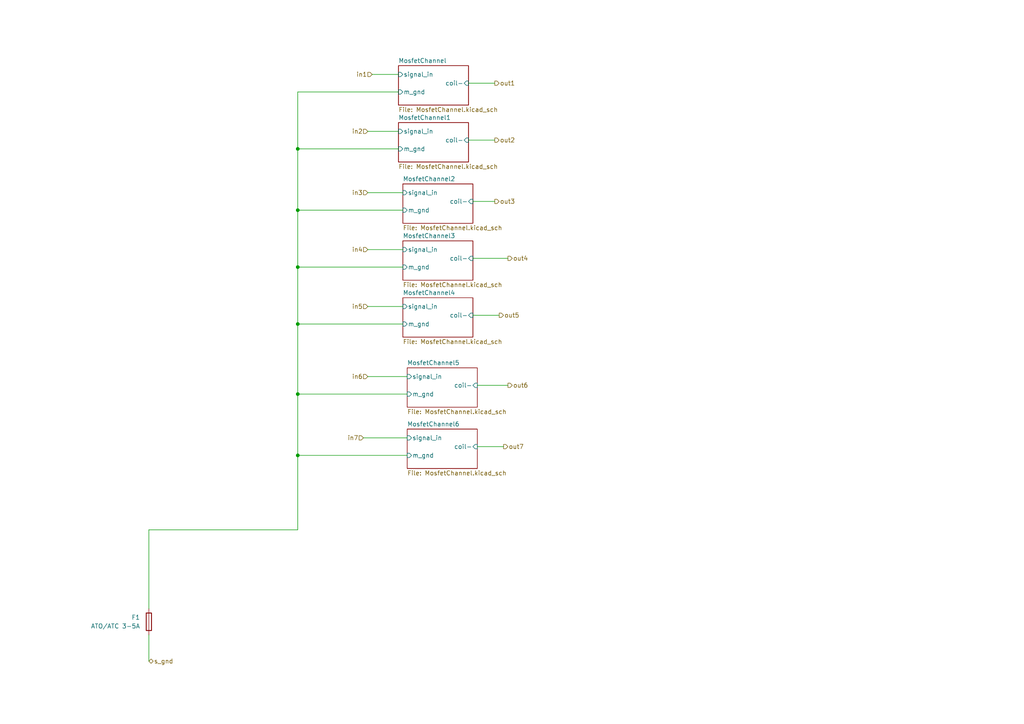
<source format=kicad_sch>
(kicad_sch
	(version 20250114)
	(generator "eeschema")
	(generator_version "9.0")
	(uuid "7d09ee16-0120-4fd2-8096-6eec36f3e9d4")
	(paper "A4")
	(lib_symbols
		(symbol "Device:Fuse"
			(pin_numbers
				(hide yes)
			)
			(pin_names
				(offset 0)
			)
			(exclude_from_sim no)
			(in_bom yes)
			(on_board yes)
			(property "Reference" "F"
				(at 2.032 0 90)
				(effects
					(font
						(size 1.27 1.27)
					)
				)
			)
			(property "Value" "Fuse"
				(at -1.905 0 90)
				(effects
					(font
						(size 1.27 1.27)
					)
				)
			)
			(property "Footprint" ""
				(at -1.778 0 90)
				(effects
					(font
						(size 1.27 1.27)
					)
					(hide yes)
				)
			)
			(property "Datasheet" "~"
				(at 0 0 0)
				(effects
					(font
						(size 1.27 1.27)
					)
					(hide yes)
				)
			)
			(property "Description" "Fuse"
				(at 0 0 0)
				(effects
					(font
						(size 1.27 1.27)
					)
					(hide yes)
				)
			)
			(property "ki_keywords" "fuse"
				(at 0 0 0)
				(effects
					(font
						(size 1.27 1.27)
					)
					(hide yes)
				)
			)
			(property "ki_fp_filters" "*Fuse*"
				(at 0 0 0)
				(effects
					(font
						(size 1.27 1.27)
					)
					(hide yes)
				)
			)
			(symbol "Fuse_0_1"
				(rectangle
					(start -0.762 -2.54)
					(end 0.762 2.54)
					(stroke
						(width 0.254)
						(type default)
					)
					(fill
						(type none)
					)
				)
				(polyline
					(pts
						(xy 0 2.54) (xy 0 -2.54)
					)
					(stroke
						(width 0)
						(type default)
					)
					(fill
						(type none)
					)
				)
			)
			(symbol "Fuse_1_1"
				(pin passive line
					(at 0 3.81 270)
					(length 1.27)
					(name "~"
						(effects
							(font
								(size 1.27 1.27)
							)
						)
					)
					(number "1"
						(effects
							(font
								(size 1.27 1.27)
							)
						)
					)
				)
				(pin passive line
					(at 0 -3.81 90)
					(length 1.27)
					(name "~"
						(effects
							(font
								(size 1.27 1.27)
							)
						)
					)
					(number "2"
						(effects
							(font
								(size 1.27 1.27)
							)
						)
					)
				)
			)
			(embedded_fonts no)
		)
	)
	(junction
		(at 86.36 132.08)
		(diameter 0)
		(color 0 0 0 0)
		(uuid "45c35935-a1e5-4423-bdcc-e39457ad9b0f")
	)
	(junction
		(at 86.36 60.96)
		(diameter 0)
		(color 0 0 0 0)
		(uuid "48143828-cbd1-4ab6-9ef1-974440742f01")
	)
	(junction
		(at 86.36 93.98)
		(diameter 0)
		(color 0 0 0 0)
		(uuid "4c7d6808-e0ed-4165-91a5-02d6490faef9")
	)
	(junction
		(at 86.36 77.47)
		(diameter 0)
		(color 0 0 0 0)
		(uuid "5cab04dc-ed24-48f6-a2ec-ff50bcdd5cd4")
	)
	(junction
		(at 86.36 114.3)
		(diameter 0)
		(color 0 0 0 0)
		(uuid "8add2a8b-89dc-4c93-a5e3-7ee8847c9060")
	)
	(junction
		(at 86.36 43.18)
		(diameter 0)
		(color 0 0 0 0)
		(uuid "a99ad448-a032-45cd-99a1-7c9dab89b52b")
	)
	(wire
		(pts
			(xy 135.89 40.64) (xy 143.51 40.64)
		)
		(stroke
			(width 0)
			(type default)
		)
		(uuid "0377bb14-8c14-4147-8688-78a411518a3c")
	)
	(wire
		(pts
			(xy 106.68 55.88) (xy 116.84 55.88)
		)
		(stroke
			(width 0)
			(type default)
		)
		(uuid "083d2dae-6f6b-48bf-aacb-e72011e88e1a")
	)
	(wire
		(pts
			(xy 86.36 132.08) (xy 86.36 153.67)
		)
		(stroke
			(width 0)
			(type default)
		)
		(uuid "08f96ba3-c6b4-42da-bee1-9021b32cb9a4")
	)
	(wire
		(pts
			(xy 86.36 132.08) (xy 118.11 132.08)
		)
		(stroke
			(width 0)
			(type default)
		)
		(uuid "12bdc428-6ea4-4c1d-ac86-6c79a5f94785")
	)
	(wire
		(pts
			(xy 106.68 72.39) (xy 116.84 72.39)
		)
		(stroke
			(width 0)
			(type default)
		)
		(uuid "1a9356e0-f70b-4fe5-a8c0-a38cde630309")
	)
	(wire
		(pts
			(xy 43.18 184.15) (xy 43.18 191.77)
		)
		(stroke
			(width 0)
			(type default)
		)
		(uuid "26aa7fa0-17f9-4eeb-8f4f-35a853032763")
	)
	(wire
		(pts
			(xy 86.36 77.47) (xy 116.84 77.47)
		)
		(stroke
			(width 0)
			(type default)
		)
		(uuid "28753976-7dbe-4b5c-8e53-f6bbfbfdca0e")
	)
	(wire
		(pts
			(xy 86.36 114.3) (xy 118.11 114.3)
		)
		(stroke
			(width 0)
			(type default)
		)
		(uuid "30b2a4ae-6b56-4b4f-9223-f99951322ec1")
	)
	(wire
		(pts
			(xy 147.32 111.76) (xy 138.43 111.76)
		)
		(stroke
			(width 0)
			(type default)
		)
		(uuid "3f205a3d-7b95-41fc-a1b3-b60652fcac16")
	)
	(wire
		(pts
			(xy 86.36 93.98) (xy 86.36 114.3)
		)
		(stroke
			(width 0)
			(type default)
		)
		(uuid "655bff5b-b378-42a5-8963-1ff7234f71af")
	)
	(wire
		(pts
			(xy 106.68 38.1) (xy 115.57 38.1)
		)
		(stroke
			(width 0)
			(type default)
		)
		(uuid "8059d46d-c03d-41ee-9c34-f588da4cf1fa")
	)
	(wire
		(pts
			(xy 43.18 153.67) (xy 43.18 176.53)
		)
		(stroke
			(width 0)
			(type default)
		)
		(uuid "819cda58-c808-4503-a482-61a1497bf604")
	)
	(wire
		(pts
			(xy 106.68 109.22) (xy 118.11 109.22)
		)
		(stroke
			(width 0)
			(type default)
		)
		(uuid "85c643a7-d48a-4406-bffc-48a08fe0e8db")
	)
	(wire
		(pts
			(xy 107.95 21.59) (xy 115.57 21.59)
		)
		(stroke
			(width 0)
			(type default)
		)
		(uuid "9d1ab8df-c613-403c-afe0-647c4f08ae84")
	)
	(wire
		(pts
			(xy 106.68 88.9) (xy 116.84 88.9)
		)
		(stroke
			(width 0)
			(type default)
		)
		(uuid "af36a306-ceed-46d9-8103-6435d7e3306e")
	)
	(wire
		(pts
			(xy 115.57 26.67) (xy 86.36 26.67)
		)
		(stroke
			(width 0)
			(type default)
		)
		(uuid "b04ae753-8aa0-4190-93e9-625b156376d5")
	)
	(wire
		(pts
			(xy 86.36 93.98) (xy 116.84 93.98)
		)
		(stroke
			(width 0)
			(type default)
		)
		(uuid "b54d732e-8425-43d0-9db6-f61f33d2d49f")
	)
	(wire
		(pts
			(xy 143.51 24.13) (xy 135.89 24.13)
		)
		(stroke
			(width 0)
			(type default)
		)
		(uuid "b55f6538-21cd-46e3-b0ae-ecc5703d1470")
	)
	(wire
		(pts
			(xy 86.36 60.96) (xy 86.36 77.47)
		)
		(stroke
			(width 0)
			(type default)
		)
		(uuid "b626fc95-a7ca-462c-a4a0-d9122d564d75")
	)
	(wire
		(pts
			(xy 147.32 74.93) (xy 137.16 74.93)
		)
		(stroke
			(width 0)
			(type default)
		)
		(uuid "b6f4b1c1-60b8-4806-80b9-c072930d6c73")
	)
	(wire
		(pts
			(xy 105.41 127) (xy 118.11 127)
		)
		(stroke
			(width 0)
			(type default)
		)
		(uuid "ccf865cd-2d02-4489-9037-639c55c71534")
	)
	(wire
		(pts
			(xy 86.36 60.96) (xy 116.84 60.96)
		)
		(stroke
			(width 0)
			(type default)
		)
		(uuid "cdbd58dc-dbcf-4adc-ac1d-5b9c8aa133ca")
	)
	(wire
		(pts
			(xy 43.18 153.67) (xy 86.36 153.67)
		)
		(stroke
			(width 0)
			(type default)
		)
		(uuid "d0818e16-6e07-4da5-9247-d2d840c9c0c4")
	)
	(wire
		(pts
			(xy 86.36 43.18) (xy 86.36 60.96)
		)
		(stroke
			(width 0)
			(type default)
		)
		(uuid "d387fbab-b13b-4191-b44d-cf439307dbf2")
	)
	(wire
		(pts
			(xy 86.36 26.67) (xy 86.36 43.18)
		)
		(stroke
			(width 0)
			(type default)
		)
		(uuid "dd013be6-e437-4597-9cea-3d9a86f58808")
	)
	(wire
		(pts
			(xy 146.05 129.54) (xy 138.43 129.54)
		)
		(stroke
			(width 0)
			(type default)
		)
		(uuid "e2c04be1-cf16-4055-926e-fc3a18342a16")
	)
	(wire
		(pts
			(xy 143.51 58.42) (xy 137.16 58.42)
		)
		(stroke
			(width 0)
			(type default)
		)
		(uuid "e80bb033-4333-4d07-b631-0ab96f1a8881")
	)
	(wire
		(pts
			(xy 86.36 114.3) (xy 86.36 132.08)
		)
		(stroke
			(width 0)
			(type default)
		)
		(uuid "ebd69894-85b1-4c21-b773-8cf2a64c5899")
	)
	(wire
		(pts
			(xy 86.36 77.47) (xy 86.36 93.98)
		)
		(stroke
			(width 0)
			(type default)
		)
		(uuid "eebfae0a-1704-4c1d-8c56-ab900189b786")
	)
	(wire
		(pts
			(xy 86.36 43.18) (xy 115.57 43.18)
		)
		(stroke
			(width 0)
			(type default)
		)
		(uuid "f63133e0-d91d-4e08-8ca9-97f16f235038")
	)
	(wire
		(pts
			(xy 144.78 91.44) (xy 137.16 91.44)
		)
		(stroke
			(width 0)
			(type default)
		)
		(uuid "ffd39b32-8ff4-4855-9ce4-14a52b12635a")
	)
	(hierarchical_label "in1"
		(shape input)
		(at 107.95 21.59 180)
		(effects
			(font
				(size 1.27 1.27)
			)
			(justify right)
		)
		(uuid "0c51880d-3684-4718-a452-07910ef13985")
	)
	(hierarchical_label "in6"
		(shape input)
		(at 106.68 109.22 180)
		(effects
			(font
				(size 1.27 1.27)
			)
			(justify right)
		)
		(uuid "0e85b997-3dbf-4e19-9c38-95a3f5d5a582")
	)
	(hierarchical_label "out6"
		(shape output)
		(at 147.32 111.76 0)
		(effects
			(font
				(size 1.27 1.27)
			)
			(justify left)
		)
		(uuid "1732951f-06b5-4dc8-bf28-abcb68d987b2")
	)
	(hierarchical_label "out4"
		(shape output)
		(at 147.32 74.93 0)
		(effects
			(font
				(size 1.27 1.27)
			)
			(justify left)
		)
		(uuid "265f4545-8fbf-4547-9dd2-094ac2769a95")
	)
	(hierarchical_label "out2"
		(shape output)
		(at 143.51 40.64 0)
		(effects
			(font
				(size 1.27 1.27)
			)
			(justify left)
		)
		(uuid "303ef7f7-fe4a-40b0-85aa-0817d7ae66e0")
	)
	(hierarchical_label "out1"
		(shape output)
		(at 143.51 24.13 0)
		(effects
			(font
				(size 1.27 1.27)
			)
			(justify left)
		)
		(uuid "4a023f97-ccda-4f05-a2d5-88493e099eb0")
	)
	(hierarchical_label "in7"
		(shape input)
		(at 105.41 127 180)
		(effects
			(font
				(size 1.27 1.27)
			)
			(justify right)
		)
		(uuid "525cafca-2de5-4711-b7a9-1474d5a2b72e")
	)
	(hierarchical_label "out5"
		(shape output)
		(at 144.78 91.44 0)
		(effects
			(font
				(size 1.27 1.27)
			)
			(justify left)
		)
		(uuid "5bd71697-afd6-480b-b2ea-25ba4cd4afb5")
	)
	(hierarchical_label "in2"
		(shape input)
		(at 106.68 38.1 180)
		(effects
			(font
				(size 1.27 1.27)
			)
			(justify right)
		)
		(uuid "658cdae3-4880-4793-b23a-4051932033ee")
	)
	(hierarchical_label "out7"
		(shape output)
		(at 146.05 129.54 0)
		(effects
			(font
				(size 1.27 1.27)
			)
			(justify left)
		)
		(uuid "76974b70-2d87-4315-99f5-2687396dc835")
	)
	(hierarchical_label "out3"
		(shape output)
		(at 143.51 58.42 0)
		(effects
			(font
				(size 1.27 1.27)
			)
			(justify left)
		)
		(uuid "89692da3-1a16-42c2-bac9-4f252a0d0620")
	)
	(hierarchical_label "s_gnd"
		(shape bidirectional)
		(at 43.18 191.77 0)
		(effects
			(font
				(size 1.27 1.27)
			)
			(justify left)
		)
		(uuid "c31de00a-e0af-40b9-8340-fdc271a6e783")
	)
	(hierarchical_label "in5"
		(shape input)
		(at 106.68 88.9 180)
		(effects
			(font
				(size 1.27 1.27)
			)
			(justify right)
		)
		(uuid "c83f6024-9f87-412d-b34d-6b0551e212fa")
	)
	(hierarchical_label "in4"
		(shape input)
		(at 106.68 72.39 180)
		(effects
			(font
				(size 1.27 1.27)
			)
			(justify right)
		)
		(uuid "c84e776b-8b54-4d0c-bf75-e052ca55bd75")
	)
	(hierarchical_label "in3"
		(shape input)
		(at 106.68 55.88 180)
		(effects
			(font
				(size 1.27 1.27)
			)
			(justify right)
		)
		(uuid "ebc2fecc-7ca6-438c-8db6-2f5935224391")
	)
	(symbol
		(lib_id "Device:Fuse")
		(at 43.18 180.34 0)
		(mirror y)
		(unit 1)
		(exclude_from_sim no)
		(in_bom yes)
		(on_board yes)
		(dnp no)
		(fields_autoplaced yes)
		(uuid "6b66efbc-7032-466c-bb4e-8cf3f5650d7d")
		(property "Reference" "F1"
			(at 40.64 179.0699 0)
			(effects
				(font
					(size 1.27 1.27)
				)
				(justify left)
			)
		)
		(property "Value" "ATO/ATC 3-5A"
			(at 40.64 181.6099 0)
			(effects
				(font
					(size 1.27 1.27)
				)
				(justify left)
			)
		)
		(property "Footprint" "CustomLibrary:AliExpressFuseHolder"
			(at 44.958 180.34 90)
			(effects
				(font
					(size 1.27 1.27)
				)
				(hide yes)
			)
		)
		(property "Datasheet" "~"
			(at 43.18 180.34 0)
			(effects
				(font
					(size 1.27 1.27)
				)
				(hide yes)
			)
		)
		(property "Description" "Fuse"
			(at 43.18 180.34 0)
			(effects
				(font
					(size 1.27 1.27)
				)
				(hide yes)
			)
		)
		(pin "1"
			(uuid "703430be-3711-4c58-8720-7975c7931331")
		)
		(pin "2"
			(uuid "0abeeaff-c772-47b4-adbe-70ec5cb3cb6c")
		)
		(instances
			(project "OrganMosfetArrayChimes"
				(path "/c071c3dc-fcf2-4a9c-93d2-4680c1b7cb2f/f64a8887-2d1c-460e-83fc-b11b584f1002"
					(reference "F1")
					(unit 1)
				)
			)
		)
	)
	(sheet
		(at 116.84 69.85)
		(size 20.32 11.43)
		(exclude_from_sim no)
		(in_bom yes)
		(on_board yes)
		(dnp no)
		(fields_autoplaced yes)
		(stroke
			(width 0.1524)
			(type solid)
		)
		(fill
			(color 0 0 0 0.0000)
		)
		(uuid "2757642a-9874-44c7-8a91-6dd5f3cebc45")
		(property "Sheetname" "MosfetChannel3"
			(at 116.84 69.1384 0)
			(effects
				(font
					(size 1.27 1.27)
				)
				(justify left bottom)
			)
		)
		(property "Sheetfile" "MosfetChannel.kicad_sch"
			(at 116.84 81.8646 0)
			(effects
				(font
					(size 1.27 1.27)
				)
				(justify left top)
			)
		)
		(pin "coil-" input
			(at 137.16 74.93 0)
			(uuid "37318281-51b0-4944-b1c4-86c3dec38641")
			(effects
				(font
					(size 1.27 1.27)
				)
				(justify right)
			)
		)
		(pin "m_gnd" input
			(at 116.84 77.47 180)
			(uuid "51050909-bc3a-4bbe-96c2-0e560c024042")
			(effects
				(font
					(size 1.27 1.27)
				)
				(justify left)
			)
		)
		(pin "signal_in" input
			(at 116.84 72.39 180)
			(uuid "453166c0-842e-4c87-9996-2ac745a311af")
			(effects
				(font
					(size 1.27 1.27)
				)
				(justify left)
			)
		)
		(instances
			(project "OrganMosfetArrayChimes"
				(path "/c071c3dc-fcf2-4a9c-93d2-4680c1b7cb2f/f64a8887-2d1c-460e-83fc-b11b584f1002"
					(page "6")
				)
			)
		)
	)
	(sheet
		(at 118.11 124.46)
		(size 20.32 11.43)
		(exclude_from_sim no)
		(in_bom yes)
		(on_board yes)
		(dnp no)
		(fields_autoplaced yes)
		(stroke
			(width 0.1524)
			(type solid)
		)
		(fill
			(color 0 0 0 0.0000)
		)
		(uuid "2df45482-3a6a-4105-a4e0-7cfb289f4e5e")
		(property "Sheetname" "MosfetChannel6"
			(at 118.11 123.7484 0)
			(effects
				(font
					(size 1.27 1.27)
				)
				(justify left bottom)
			)
		)
		(property "Sheetfile" "MosfetChannel.kicad_sch"
			(at 118.11 136.4746 0)
			(effects
				(font
					(size 1.27 1.27)
				)
				(justify left top)
			)
		)
		(pin "coil-" input
			(at 138.43 129.54 0)
			(uuid "668b4d17-0788-4878-8196-4fd70e79a4dc")
			(effects
				(font
					(size 1.27 1.27)
				)
				(justify right)
			)
		)
		(pin "m_gnd" input
			(at 118.11 132.08 180)
			(uuid "8fdc3884-e03a-416b-be51-1b1017684312")
			(effects
				(font
					(size 1.27 1.27)
				)
				(justify left)
			)
		)
		(pin "signal_in" input
			(at 118.11 127 180)
			(uuid "38814575-7c6d-4214-869f-e80ae6fa4528")
			(effects
				(font
					(size 1.27 1.27)
				)
				(justify left)
			)
		)
		(instances
			(project "OrganMosfetArrayChimes"
				(path "/c071c3dc-fcf2-4a9c-93d2-4680c1b7cb2f/f64a8887-2d1c-460e-83fc-b11b584f1002"
					(page "9")
				)
			)
		)
	)
	(sheet
		(at 116.84 86.36)
		(size 20.32 11.43)
		(exclude_from_sim no)
		(in_bom yes)
		(on_board yes)
		(dnp no)
		(fields_autoplaced yes)
		(stroke
			(width 0.1524)
			(type solid)
		)
		(fill
			(color 0 0 0 0.0000)
		)
		(uuid "34acf12b-64f9-4830-aa39-17b8417eae0f")
		(property "Sheetname" "MosfetChannel4"
			(at 116.84 85.6484 0)
			(effects
				(font
					(size 1.27 1.27)
				)
				(justify left bottom)
			)
		)
		(property "Sheetfile" "MosfetChannel.kicad_sch"
			(at 116.84 98.3746 0)
			(effects
				(font
					(size 1.27 1.27)
				)
				(justify left top)
			)
		)
		(pin "coil-" input
			(at 137.16 91.44 0)
			(uuid "e3b3ee88-af14-47d9-bdc9-c08fcfa2689b")
			(effects
				(font
					(size 1.27 1.27)
				)
				(justify right)
			)
		)
		(pin "m_gnd" input
			(at 116.84 93.98 180)
			(uuid "7b63a770-defe-4548-884c-9815be3ce05b")
			(effects
				(font
					(size 1.27 1.27)
				)
				(justify left)
			)
		)
		(pin "signal_in" input
			(at 116.84 88.9 180)
			(uuid "f9a26648-6d70-4e5a-bcca-0ce6e771fe0b")
			(effects
				(font
					(size 1.27 1.27)
				)
				(justify left)
			)
		)
		(instances
			(project "OrganMosfetArrayChimes"
				(path "/c071c3dc-fcf2-4a9c-93d2-4680c1b7cb2f/f64a8887-2d1c-460e-83fc-b11b584f1002"
					(page "7")
				)
			)
		)
	)
	(sheet
		(at 115.57 35.56)
		(size 20.32 11.43)
		(exclude_from_sim no)
		(in_bom yes)
		(on_board yes)
		(dnp no)
		(fields_autoplaced yes)
		(stroke
			(width 0.1524)
			(type solid)
		)
		(fill
			(color 0 0 0 0.0000)
		)
		(uuid "4108d403-570b-4072-ac08-e659d9ddcc7e")
		(property "Sheetname" "MosfetChannel1"
			(at 115.57 34.8484 0)
			(effects
				(font
					(size 1.27 1.27)
				)
				(justify left bottom)
			)
		)
		(property "Sheetfile" "MosfetChannel.kicad_sch"
			(at 115.57 47.5746 0)
			(effects
				(font
					(size 1.27 1.27)
				)
				(justify left top)
			)
		)
		(pin "coil-" input
			(at 135.89 40.64 0)
			(uuid "fedb66b7-dce7-4635-acd9-ffd2889507d9")
			(effects
				(font
					(size 1.27 1.27)
				)
				(justify right)
			)
		)
		(pin "m_gnd" input
			(at 115.57 43.18 180)
			(uuid "a62cfac6-6a69-40eb-98a7-252f3ea2b035")
			(effects
				(font
					(size 1.27 1.27)
				)
				(justify left)
			)
		)
		(pin "signal_in" input
			(at 115.57 38.1 180)
			(uuid "832cf240-3833-4c57-833b-d40f6b86e774")
			(effects
				(font
					(size 1.27 1.27)
				)
				(justify left)
			)
		)
		(instances
			(project "OrganMosfetArrayChimes"
				(path "/c071c3dc-fcf2-4a9c-93d2-4680c1b7cb2f/f64a8887-2d1c-460e-83fc-b11b584f1002"
					(page "4")
				)
			)
		)
	)
	(sheet
		(at 118.11 106.68)
		(size 20.32 11.43)
		(exclude_from_sim no)
		(in_bom yes)
		(on_board yes)
		(dnp no)
		(fields_autoplaced yes)
		(stroke
			(width 0.1524)
			(type solid)
		)
		(fill
			(color 0 0 0 0.0000)
		)
		(uuid "55bec648-47f0-4c25-9685-db7c048028a6")
		(property "Sheetname" "MosfetChannel5"
			(at 118.11 105.9684 0)
			(effects
				(font
					(size 1.27 1.27)
				)
				(justify left bottom)
			)
		)
		(property "Sheetfile" "MosfetChannel.kicad_sch"
			(at 118.11 118.6946 0)
			(effects
				(font
					(size 1.27 1.27)
				)
				(justify left top)
			)
		)
		(pin "coil-" input
			(at 138.43 111.76 0)
			(uuid "c0dfd326-88a9-446d-b567-9a5fa00c87d8")
			(effects
				(font
					(size 1.27 1.27)
				)
				(justify right)
			)
		)
		(pin "m_gnd" input
			(at 118.11 114.3 180)
			(uuid "29dd1289-4b89-4b59-92fa-eebda4a734b1")
			(effects
				(font
					(size 1.27 1.27)
				)
				(justify left)
			)
		)
		(pin "signal_in" input
			(at 118.11 109.22 180)
			(uuid "641b9140-e607-4e2b-97e6-bfc6868a64c1")
			(effects
				(font
					(size 1.27 1.27)
				)
				(justify left)
			)
		)
		(instances
			(project "OrganMosfetArrayChimes"
				(path "/c071c3dc-fcf2-4a9c-93d2-4680c1b7cb2f/f64a8887-2d1c-460e-83fc-b11b584f1002"
					(page "8")
				)
			)
		)
	)
	(sheet
		(at 115.57 19.05)
		(size 20.32 11.43)
		(exclude_from_sim no)
		(in_bom yes)
		(on_board yes)
		(dnp no)
		(fields_autoplaced yes)
		(stroke
			(width 0.1524)
			(type solid)
		)
		(fill
			(color 0 0 0 0.0000)
		)
		(uuid "71239b42-179d-46b4-a801-a021e56162c0")
		(property "Sheetname" "MosfetChannel"
			(at 115.57 18.3384 0)
			(effects
				(font
					(size 1.27 1.27)
				)
				(justify left bottom)
			)
		)
		(property "Sheetfile" "MosfetChannel.kicad_sch"
			(at 115.57 31.0646 0)
			(effects
				(font
					(size 1.27 1.27)
				)
				(justify left top)
			)
		)
		(pin "coil-" input
			(at 135.89 24.13 0)
			(uuid "d6e8896c-18fd-4deb-83a7-27cbd842d764")
			(effects
				(font
					(size 1.27 1.27)
				)
				(justify right)
			)
		)
		(pin "m_gnd" input
			(at 115.57 26.67 180)
			(uuid "f4703e69-8e44-4e2b-a935-5ac90e48fa89")
			(effects
				(font
					(size 1.27 1.27)
				)
				(justify left)
			)
		)
		(pin "signal_in" input
			(at 115.57 21.59 180)
			(uuid "230d09b2-595e-450d-acc8-d7989b5af333")
			(effects
				(font
					(size 1.27 1.27)
				)
				(justify left)
			)
		)
		(instances
			(project "OrganMosfetArrayChimes"
				(path "/c071c3dc-fcf2-4a9c-93d2-4680c1b7cb2f/f64a8887-2d1c-460e-83fc-b11b584f1002"
					(page "3")
				)
			)
		)
	)
	(sheet
		(at 116.84 53.34)
		(size 20.32 11.43)
		(exclude_from_sim no)
		(in_bom yes)
		(on_board yes)
		(dnp no)
		(fields_autoplaced yes)
		(stroke
			(width 0.1524)
			(type solid)
		)
		(fill
			(color 0 0 0 0.0000)
		)
		(uuid "8f80ddd8-ec64-4254-a0be-6525ccba39bb")
		(property "Sheetname" "MosfetChannel2"
			(at 116.84 52.6284 0)
			(effects
				(font
					(size 1.27 1.27)
				)
				(justify left bottom)
			)
		)
		(property "Sheetfile" "MosfetChannel.kicad_sch"
			(at 116.84 65.3546 0)
			(effects
				(font
					(size 1.27 1.27)
				)
				(justify left top)
			)
		)
		(pin "coil-" input
			(at 137.16 58.42 0)
			(uuid "6819458f-fe63-4c4c-817c-a6f0035a6a8b")
			(effects
				(font
					(size 1.27 1.27)
				)
				(justify right)
			)
		)
		(pin "m_gnd" input
			(at 116.84 60.96 180)
			(uuid "0301bc38-e232-4f4b-96ca-b03e008c7353")
			(effects
				(font
					(size 1.27 1.27)
				)
				(justify left)
			)
		)
		(pin "signal_in" input
			(at 116.84 55.88 180)
			(uuid "cf9c1366-618d-4596-ac46-3b22bb63c7f3")
			(effects
				(font
					(size 1.27 1.27)
				)
				(justify left)
			)
		)
		(instances
			(project "OrganMosfetArrayChimes"
				(path "/c071c3dc-fcf2-4a9c-93d2-4680c1b7cb2f/f64a8887-2d1c-460e-83fc-b11b584f1002"
					(page "5")
				)
			)
		)
	)
)

</source>
